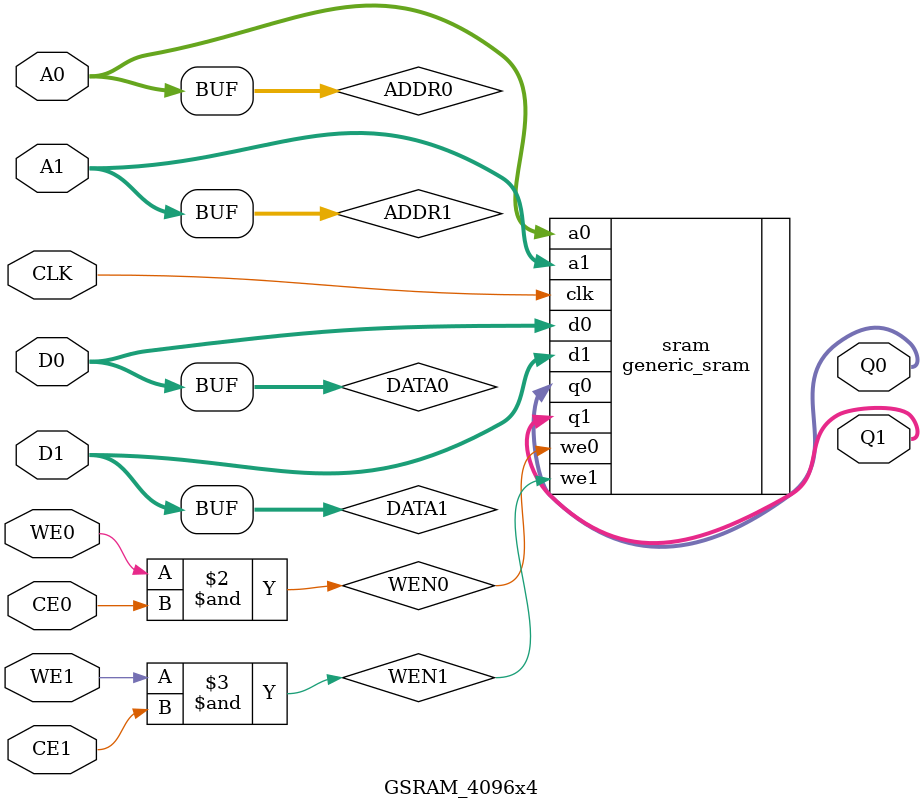
<source format=v>
`timescale 1 ps / 1 ps
module GSRAM_4096x4( CLK, A0, D0, Q0, WE0, CE0, A1, D1, Q1, WE1, CE1 );

    input CLK;
    input [11:0] A0;
    input [3:0] D0;
    output [3:0] Q0;
    input WE0;
    input CE0;
    input [11:0] A1;
    input [3:0] D1;
    output [3:0] Q1;
    input WE1;
    input CE1;

    reg [11:0]  ADDR0;
    reg [11:0]  ADDR1;
    reg WEN0;
    reg WEN1;
    reg [3:0] DATA0;
    reg [3:0] DATA1;

    always @(*) begin
	#5
	ADDR0 = A0;
	ADDR1 = A1;
	WEN0 = WE0 & CE0;
	WEN1 = WE1 & CE1;
	DATA0 = D0;
	DATA1 = D1;
    end
  
    // generic SRAM for comp-kernel-only synthesis
    generic_sram
        #(
          .abits(12),
          .dbits(4)
         )
    sram
        (
         .clk(CLK),
         .a0(ADDR0),
         .a1(ADDR1),
         .d0(DATA0),
         .d1(DATA1),
         .q0(Q0),
         .q1(Q1),
         .we0(WEN0),
         .we1(WEN1)
        );

endmodule

</source>
